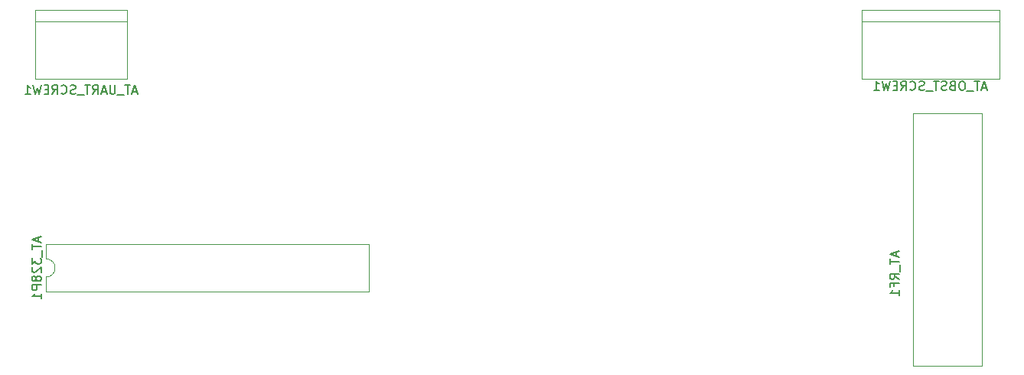
<source format=gbr>
%TF.GenerationSoftware,KiCad,Pcbnew,5.99.0+really5.1.10+dfsg1-1*%
%TF.CreationDate,2022-04-08T20:52:09+02:00*%
%TF.ProjectId,board,626f6172-642e-46b6-9963-61645f706362,rev?*%
%TF.SameCoordinates,Original*%
%TF.FileFunction,Legend,Bot*%
%TF.FilePolarity,Positive*%
%FSLAX46Y46*%
G04 Gerber Fmt 4.6, Leading zero omitted, Abs format (unit mm)*
G04 Created by KiCad (PCBNEW 5.99.0+really5.1.10+dfsg1-1) date 2022-04-08 20:52:09*
%MOMM*%
%LPD*%
G01*
G04 APERTURE LIST*
%ADD10C,0.120000*%
%ADD11C,0.150000*%
G04 APERTURE END LIST*
D10*
%TO.C,AT_UART_SCREW1*%
X85090000Y-41275000D02*
X95250000Y-41275000D01*
X85090000Y-48895000D02*
X85090000Y-41275000D01*
X95250000Y-48895000D02*
X85090000Y-48895000D01*
X95250000Y-41275000D02*
X95250000Y-48895000D01*
X95250000Y-42545000D02*
X85090000Y-42545000D01*
%TO.C,AT_RF1*%
X184785000Y-80645000D02*
X182245000Y-80645000D01*
X184785000Y-52705000D02*
X182245000Y-52705000D01*
X182245000Y-52705000D02*
X182245000Y-80645000D01*
X189865000Y-52705000D02*
X189865000Y-55245000D01*
X187325000Y-52705000D02*
X189865000Y-52705000D01*
X189865000Y-80645000D02*
X187325000Y-80645000D01*
X189865000Y-60325000D02*
X189865000Y-80645000D01*
X189865000Y-55245000D02*
X189865000Y-60325000D01*
X187325000Y-80645000D02*
X184785000Y-80645000D01*
X184785000Y-52705000D02*
X187325000Y-52705000D01*
%TO.C,AT_OBST_SCREW1*%
X176530000Y-41275000D02*
X191770000Y-41275000D01*
X176530000Y-48895000D02*
X191770000Y-48895000D01*
X176530000Y-42545000D02*
X191770000Y-42545000D01*
X191770000Y-41275000D02*
X191770000Y-48895000D01*
X176530000Y-41275000D02*
X176530000Y-48895000D01*
%TO.C,AT_328P1*%
X86300000Y-72500000D02*
X86300000Y-70850000D01*
X121980000Y-72500000D02*
X86300000Y-72500000D01*
X121980000Y-67200000D02*
X121980000Y-72500000D01*
X86300000Y-67200000D02*
X121980000Y-67200000D01*
X86300000Y-68850000D02*
X86300000Y-67200000D01*
X86300000Y-70850000D02*
G75*
G03*
X86300000Y-68850000I0J1000000D01*
G01*
%TO.C,AT_UART_SCREW1*%
D11*
X96360476Y-50331666D02*
X95884285Y-50331666D01*
X96455714Y-50617380D02*
X96122380Y-49617380D01*
X95789047Y-50617380D01*
X95598571Y-49617380D02*
X95027142Y-49617380D01*
X95312857Y-50617380D02*
X95312857Y-49617380D01*
X94931904Y-50712619D02*
X94170000Y-50712619D01*
X93931904Y-49617380D02*
X93931904Y-50426904D01*
X93884285Y-50522142D01*
X93836666Y-50569761D01*
X93741428Y-50617380D01*
X93550952Y-50617380D01*
X93455714Y-50569761D01*
X93408095Y-50522142D01*
X93360476Y-50426904D01*
X93360476Y-49617380D01*
X92931904Y-50331666D02*
X92455714Y-50331666D01*
X93027142Y-50617380D02*
X92693809Y-49617380D01*
X92360476Y-50617380D01*
X91455714Y-50617380D02*
X91789047Y-50141190D01*
X92027142Y-50617380D02*
X92027142Y-49617380D01*
X91646190Y-49617380D01*
X91550952Y-49665000D01*
X91503333Y-49712619D01*
X91455714Y-49807857D01*
X91455714Y-49950714D01*
X91503333Y-50045952D01*
X91550952Y-50093571D01*
X91646190Y-50141190D01*
X92027142Y-50141190D01*
X91170000Y-49617380D02*
X90598571Y-49617380D01*
X90884285Y-50617380D02*
X90884285Y-49617380D01*
X90503333Y-50712619D02*
X89741428Y-50712619D01*
X89550952Y-50569761D02*
X89408095Y-50617380D01*
X89170000Y-50617380D01*
X89074761Y-50569761D01*
X89027142Y-50522142D01*
X88979523Y-50426904D01*
X88979523Y-50331666D01*
X89027142Y-50236428D01*
X89074761Y-50188809D01*
X89170000Y-50141190D01*
X89360476Y-50093571D01*
X89455714Y-50045952D01*
X89503333Y-49998333D01*
X89550952Y-49903095D01*
X89550952Y-49807857D01*
X89503333Y-49712619D01*
X89455714Y-49665000D01*
X89360476Y-49617380D01*
X89122380Y-49617380D01*
X88979523Y-49665000D01*
X87979523Y-50522142D02*
X88027142Y-50569761D01*
X88170000Y-50617380D01*
X88265238Y-50617380D01*
X88408095Y-50569761D01*
X88503333Y-50474523D01*
X88550952Y-50379285D01*
X88598571Y-50188809D01*
X88598571Y-50045952D01*
X88550952Y-49855476D01*
X88503333Y-49760238D01*
X88408095Y-49665000D01*
X88265238Y-49617380D01*
X88170000Y-49617380D01*
X88027142Y-49665000D01*
X87979523Y-49712619D01*
X86979523Y-50617380D02*
X87312857Y-50141190D01*
X87550952Y-50617380D02*
X87550952Y-49617380D01*
X87170000Y-49617380D01*
X87074761Y-49665000D01*
X87027142Y-49712619D01*
X86979523Y-49807857D01*
X86979523Y-49950714D01*
X87027142Y-50045952D01*
X87074761Y-50093571D01*
X87170000Y-50141190D01*
X87550952Y-50141190D01*
X86550952Y-50093571D02*
X86217619Y-50093571D01*
X86074761Y-50617380D02*
X86550952Y-50617380D01*
X86550952Y-49617380D01*
X86074761Y-49617380D01*
X85741428Y-49617380D02*
X85503333Y-50617380D01*
X85312857Y-49903095D01*
X85122380Y-50617380D01*
X84884285Y-49617380D01*
X83979523Y-50617380D02*
X84550952Y-50617380D01*
X84265238Y-50617380D02*
X84265238Y-49617380D01*
X84360476Y-49760238D01*
X84455714Y-49855476D01*
X84550952Y-49903095D01*
%TO.C,AT_RF1*%
X180371666Y-68080238D02*
X180371666Y-68556428D01*
X180657380Y-67985000D02*
X179657380Y-68318333D01*
X180657380Y-68651666D01*
X179657380Y-68842142D02*
X179657380Y-69413571D01*
X180657380Y-69127857D02*
X179657380Y-69127857D01*
X180752619Y-69508809D02*
X180752619Y-70270714D01*
X180657380Y-71080238D02*
X180181190Y-70746904D01*
X180657380Y-70508809D02*
X179657380Y-70508809D01*
X179657380Y-70889761D01*
X179705000Y-70985000D01*
X179752619Y-71032619D01*
X179847857Y-71080238D01*
X179990714Y-71080238D01*
X180085952Y-71032619D01*
X180133571Y-70985000D01*
X180181190Y-70889761D01*
X180181190Y-70508809D01*
X180133571Y-71842142D02*
X180133571Y-71508809D01*
X180657380Y-71508809D02*
X179657380Y-71508809D01*
X179657380Y-71985000D01*
X180657380Y-72889761D02*
X180657380Y-72318333D01*
X180657380Y-72604047D02*
X179657380Y-72604047D01*
X179800238Y-72508809D01*
X179895476Y-72413571D01*
X179943095Y-72318333D01*
%TO.C,AT_OBST_SCREW1*%
X190358095Y-49901666D02*
X189881904Y-49901666D01*
X190453333Y-50187380D02*
X190120000Y-49187380D01*
X189786666Y-50187380D01*
X189596190Y-49187380D02*
X189024761Y-49187380D01*
X189310476Y-50187380D02*
X189310476Y-49187380D01*
X188929523Y-50282619D02*
X188167619Y-50282619D01*
X187739047Y-49187380D02*
X187548571Y-49187380D01*
X187453333Y-49235000D01*
X187358095Y-49330238D01*
X187310476Y-49520714D01*
X187310476Y-49854047D01*
X187358095Y-50044523D01*
X187453333Y-50139761D01*
X187548571Y-50187380D01*
X187739047Y-50187380D01*
X187834285Y-50139761D01*
X187929523Y-50044523D01*
X187977142Y-49854047D01*
X187977142Y-49520714D01*
X187929523Y-49330238D01*
X187834285Y-49235000D01*
X187739047Y-49187380D01*
X186548571Y-49663571D02*
X186405714Y-49711190D01*
X186358095Y-49758809D01*
X186310476Y-49854047D01*
X186310476Y-49996904D01*
X186358095Y-50092142D01*
X186405714Y-50139761D01*
X186500952Y-50187380D01*
X186881904Y-50187380D01*
X186881904Y-49187380D01*
X186548571Y-49187380D01*
X186453333Y-49235000D01*
X186405714Y-49282619D01*
X186358095Y-49377857D01*
X186358095Y-49473095D01*
X186405714Y-49568333D01*
X186453333Y-49615952D01*
X186548571Y-49663571D01*
X186881904Y-49663571D01*
X185929523Y-50139761D02*
X185786666Y-50187380D01*
X185548571Y-50187380D01*
X185453333Y-50139761D01*
X185405714Y-50092142D01*
X185358095Y-49996904D01*
X185358095Y-49901666D01*
X185405714Y-49806428D01*
X185453333Y-49758809D01*
X185548571Y-49711190D01*
X185739047Y-49663571D01*
X185834285Y-49615952D01*
X185881904Y-49568333D01*
X185929523Y-49473095D01*
X185929523Y-49377857D01*
X185881904Y-49282619D01*
X185834285Y-49235000D01*
X185739047Y-49187380D01*
X185500952Y-49187380D01*
X185358095Y-49235000D01*
X185072380Y-49187380D02*
X184500952Y-49187380D01*
X184786666Y-50187380D02*
X184786666Y-49187380D01*
X184405714Y-50282619D02*
X183643809Y-50282619D01*
X183453333Y-50139761D02*
X183310476Y-50187380D01*
X183072380Y-50187380D01*
X182977142Y-50139761D01*
X182929523Y-50092142D01*
X182881904Y-49996904D01*
X182881904Y-49901666D01*
X182929523Y-49806428D01*
X182977142Y-49758809D01*
X183072380Y-49711190D01*
X183262857Y-49663571D01*
X183358095Y-49615952D01*
X183405714Y-49568333D01*
X183453333Y-49473095D01*
X183453333Y-49377857D01*
X183405714Y-49282619D01*
X183358095Y-49235000D01*
X183262857Y-49187380D01*
X183024761Y-49187380D01*
X182881904Y-49235000D01*
X181881904Y-50092142D02*
X181929523Y-50139761D01*
X182072380Y-50187380D01*
X182167619Y-50187380D01*
X182310476Y-50139761D01*
X182405714Y-50044523D01*
X182453333Y-49949285D01*
X182500952Y-49758809D01*
X182500952Y-49615952D01*
X182453333Y-49425476D01*
X182405714Y-49330238D01*
X182310476Y-49235000D01*
X182167619Y-49187380D01*
X182072380Y-49187380D01*
X181929523Y-49235000D01*
X181881904Y-49282619D01*
X180881904Y-50187380D02*
X181215238Y-49711190D01*
X181453333Y-50187380D02*
X181453333Y-49187380D01*
X181072380Y-49187380D01*
X180977142Y-49235000D01*
X180929523Y-49282619D01*
X180881904Y-49377857D01*
X180881904Y-49520714D01*
X180929523Y-49615952D01*
X180977142Y-49663571D01*
X181072380Y-49711190D01*
X181453333Y-49711190D01*
X180453333Y-49663571D02*
X180120000Y-49663571D01*
X179977142Y-50187380D02*
X180453333Y-50187380D01*
X180453333Y-49187380D01*
X179977142Y-49187380D01*
X179643809Y-49187380D02*
X179405714Y-50187380D01*
X179215238Y-49473095D01*
X179024761Y-50187380D01*
X178786666Y-49187380D01*
X177881904Y-50187380D02*
X178453333Y-50187380D01*
X178167619Y-50187380D02*
X178167619Y-49187380D01*
X178262857Y-49330238D01*
X178358095Y-49425476D01*
X178453333Y-49473095D01*
%TO.C,AT_328P1*%
X85466666Y-66445238D02*
X85466666Y-66921428D01*
X85752380Y-66350000D02*
X84752380Y-66683333D01*
X85752380Y-67016666D01*
X84752380Y-67207142D02*
X84752380Y-67778571D01*
X85752380Y-67492857D02*
X84752380Y-67492857D01*
X85847619Y-67873809D02*
X85847619Y-68635714D01*
X84752380Y-68778571D02*
X84752380Y-69397619D01*
X85133333Y-69064285D01*
X85133333Y-69207142D01*
X85180952Y-69302380D01*
X85228571Y-69350000D01*
X85323809Y-69397619D01*
X85561904Y-69397619D01*
X85657142Y-69350000D01*
X85704761Y-69302380D01*
X85752380Y-69207142D01*
X85752380Y-68921428D01*
X85704761Y-68826190D01*
X85657142Y-68778571D01*
X84847619Y-69778571D02*
X84800000Y-69826190D01*
X84752380Y-69921428D01*
X84752380Y-70159523D01*
X84800000Y-70254761D01*
X84847619Y-70302380D01*
X84942857Y-70350000D01*
X85038095Y-70350000D01*
X85180952Y-70302380D01*
X85752380Y-69730952D01*
X85752380Y-70350000D01*
X85180952Y-70921428D02*
X85133333Y-70826190D01*
X85085714Y-70778571D01*
X84990476Y-70730952D01*
X84942857Y-70730952D01*
X84847619Y-70778571D01*
X84800000Y-70826190D01*
X84752380Y-70921428D01*
X84752380Y-71111904D01*
X84800000Y-71207142D01*
X84847619Y-71254761D01*
X84942857Y-71302380D01*
X84990476Y-71302380D01*
X85085714Y-71254761D01*
X85133333Y-71207142D01*
X85180952Y-71111904D01*
X85180952Y-70921428D01*
X85228571Y-70826190D01*
X85276190Y-70778571D01*
X85371428Y-70730952D01*
X85561904Y-70730952D01*
X85657142Y-70778571D01*
X85704761Y-70826190D01*
X85752380Y-70921428D01*
X85752380Y-71111904D01*
X85704761Y-71207142D01*
X85657142Y-71254761D01*
X85561904Y-71302380D01*
X85371428Y-71302380D01*
X85276190Y-71254761D01*
X85228571Y-71207142D01*
X85180952Y-71111904D01*
X85752380Y-71730952D02*
X84752380Y-71730952D01*
X84752380Y-72111904D01*
X84800000Y-72207142D01*
X84847619Y-72254761D01*
X84942857Y-72302380D01*
X85085714Y-72302380D01*
X85180952Y-72254761D01*
X85228571Y-72207142D01*
X85276190Y-72111904D01*
X85276190Y-71730952D01*
X85752380Y-73254761D02*
X85752380Y-72683333D01*
X85752380Y-72969047D02*
X84752380Y-72969047D01*
X84895238Y-72873809D01*
X84990476Y-72778571D01*
X85038095Y-72683333D01*
%TD*%
M02*

</source>
